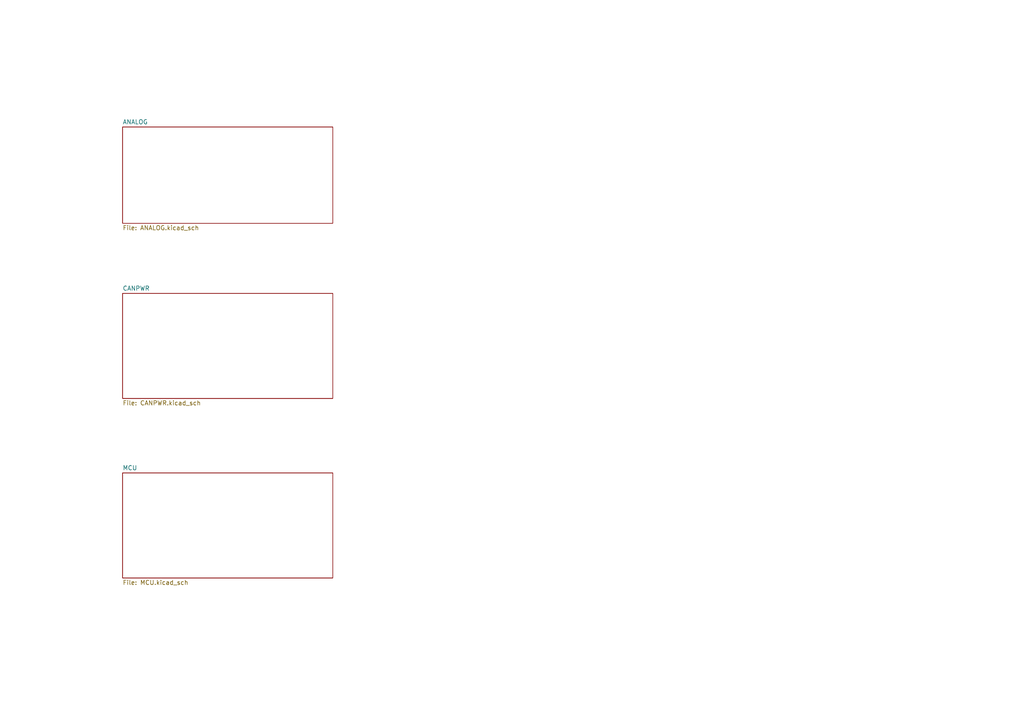
<source format=kicad_sch>
(kicad_sch (version 20211123) (generator eeschema)

  (uuid f20bb5f7-38bf-4f90-ade3-dea0af5f64a1)

  (paper "A4")

  (lib_symbols
  )


  (sheet (at 35.56 137.16) (size 60.96 30.48) (fields_autoplaced)
    (stroke (width 0.1524) (type solid) (color 0 0 0 0))
    (fill (color 0 0 0 0.0000))
    (uuid 59857acb-489d-4d58-af14-88362a204248)
    (property "Sheet name" "MCU" (id 0) (at 35.56 136.4484 0)
      (effects (font (size 1.27 1.27)) (justify left bottom))
    )
    (property "Sheet file" "MCU.kicad_sch" (id 1) (at 35.56 168.2246 0)
      (effects (font (size 1.27 1.27)) (justify left top))
    )
  )

  (sheet (at 35.56 36.83) (size 60.96 27.94) (fields_autoplaced)
    (stroke (width 0.1524) (type solid) (color 0 0 0 0))
    (fill (color 0 0 0 0.0000))
    (uuid 8e4bebbd-b918-44d5-8394-c191f4e972d3)
    (property "Sheet name" "ANALOG" (id 0) (at 35.56 36.1184 0)
      (effects (font (size 1.27 1.27)) (justify left bottom))
    )
    (property "Sheet file" "ANALOG.kicad_sch" (id 1) (at 35.56 65.3546 0)
      (effects (font (size 1.27 1.27)) (justify left top))
    )
  )

  (sheet (at 35.56 85.09) (size 60.96 30.48) (fields_autoplaced)
    (stroke (width 0.1524) (type solid) (color 0 0 0 0))
    (fill (color 0 0 0 0.0000))
    (uuid e2c8983e-9459-4573-b339-1f4298bf65be)
    (property "Sheet name" "CANPWR" (id 0) (at 35.56 84.3784 0)
      (effects (font (size 1.27 1.27)) (justify left bottom))
    )
    (property "Sheet file" "CANPWR.kicad_sch" (id 1) (at 35.56 116.1546 0)
      (effects (font (size 1.27 1.27)) (justify left top))
    )
  )

  (sheet_instances
    (path "/" (page "1"))
    (path "/e2c8983e-9459-4573-b339-1f4298bf65be" (page "3"))
    (path "/8e4bebbd-b918-44d5-8394-c191f4e972d3" (page "4"))
    (path "/59857acb-489d-4d58-af14-88362a204248" (page "4"))
  )

  (symbol_instances
    (path "/e2c8983e-9459-4573-b339-1f4298bf65be/541b1326-3aed-4e17-94bb-4ec9e63cf949"
      (reference "#PWR0201") (unit 1) (value "GND") (footprint "")
    )
    (path "/e2c8983e-9459-4573-b339-1f4298bf65be/59c8e39d-9396-4a45-9a53-6680bb7f8bef"
      (reference "#PWR0202") (unit 1) (value "GND") (footprint "")
    )
    (path "/e2c8983e-9459-4573-b339-1f4298bf65be/c61ca048-0e4b-4241-98bd-48539dc3e7fd"
      (reference "#PWR0203") (unit 1) (value "GND") (footprint "")
    )
    (path "/e2c8983e-9459-4573-b339-1f4298bf65be/bd3af85c-871b-4eca-a697-503ac0eaa695"
      (reference "#PWR0204") (unit 1) (value "GND") (footprint "")
    )
    (path "/e2c8983e-9459-4573-b339-1f4298bf65be/a3387392-09ea-4b9f-b588-feaaca177c16"
      (reference "#PWR0205") (unit 1) (value "GND") (footprint "")
    )
    (path "/e2c8983e-9459-4573-b339-1f4298bf65be/7b471e74-5405-4970-b422-eb0e3003bc76"
      (reference "#PWR0206") (unit 1) (value "GND") (footprint "")
    )
    (path "/e2c8983e-9459-4573-b339-1f4298bf65be/c2eba75e-5b93-40e0-92fb-b4992e6da037"
      (reference "#PWR0207") (unit 1) (value "GND") (footprint "")
    )
    (path "/8e4bebbd-b918-44d5-8394-c191f4e972d3/ef6c098d-4d9a-4ace-97a2-293027dc179a"
      (reference "#PWR0301") (unit 1) (value "GND") (footprint "")
    )
    (path "/8e4bebbd-b918-44d5-8394-c191f4e972d3/d015ecbd-3705-4796-9399-cc5474b89c39"
      (reference "#PWR0302") (unit 1) (value "GND") (footprint "")
    )
    (path "/8e4bebbd-b918-44d5-8394-c191f4e972d3/7e26104b-7238-4b06-a20e-50824f001cc0"
      (reference "#PWR0303") (unit 1) (value "GND") (footprint "")
    )
    (path "/8e4bebbd-b918-44d5-8394-c191f4e972d3/1fb2e69e-3a46-4e91-ab0f-683438a83fb6"
      (reference "#PWR0304") (unit 1) (value "GND") (footprint "")
    )
    (path "/8e4bebbd-b918-44d5-8394-c191f4e972d3/c1ec61b7-a481-48f5-bbbb-2efe1a4027c9"
      (reference "#PWR0305") (unit 1) (value "GND") (footprint "")
    )
    (path "/8e4bebbd-b918-44d5-8394-c191f4e972d3/04f157f7-afdd-498c-82b3-8faa0c653da9"
      (reference "#PWR0306") (unit 1) (value "GND") (footprint "")
    )
    (path "/8e4bebbd-b918-44d5-8394-c191f4e972d3/25b55034-129e-4e7d-b26d-42b81ab53f14"
      (reference "#PWR0307") (unit 1) (value "GND") (footprint "")
    )
    (path "/59857acb-489d-4d58-af14-88362a204248/a2672502-811f-4b6a-8aa8-17dc5ceca47b"
      (reference "#PWR0401") (unit 1) (value "GND") (footprint "")
    )
    (path "/59857acb-489d-4d58-af14-88362a204248/0b44b5da-b612-4915-bb48-c714c13bb931"
      (reference "#PWR0402") (unit 1) (value "GND") (footprint "")
    )
    (path "/59857acb-489d-4d58-af14-88362a204248/7b38180b-6c1a-461c-83cc-817099ddbd6d"
      (reference "#PWR0403") (unit 1) (value "GND") (footprint "")
    )
    (path "/59857acb-489d-4d58-af14-88362a204248/05e0cb9b-dbd7-4921-9cb7-922458c28f22"
      (reference "#PWR0404") (unit 1) (value "GND") (footprint "")
    )
    (path "/59857acb-489d-4d58-af14-88362a204248/360c2bbd-a0a3-46a6-a8fc-000e22263bb0"
      (reference "#PWR0405") (unit 1) (value "GND") (footprint "")
    )
    (path "/59857acb-489d-4d58-af14-88362a204248/bbd63bcb-9b6a-4687-8b14-f040abd51440"
      (reference "#PWR0406") (unit 1) (value "GND") (footprint "")
    )
    (path "/59857acb-489d-4d58-af14-88362a204248/f30bd1d3-2b1e-4f3f-b910-f7d008fb9d74"
      (reference "#PWR0407") (unit 1) (value "GND") (footprint "")
    )
    (path "/59857acb-489d-4d58-af14-88362a204248/e2b639a0-306b-4756-80c0-58307f5b2a13"
      (reference "#PWR0408") (unit 1) (value "GND") (footprint "")
    )
    (path "/59857acb-489d-4d58-af14-88362a204248/38bfc2b7-4d3e-4afd-833e-16a7b3d92571"
      (reference "#PWR0409") (unit 1) (value "GND") (footprint "")
    )
    (path "/e2c8983e-9459-4573-b339-1f4298bf65be/ac40239e-70bd-4897-9e24-c339806e6ccc"
      (reference "C201") (unit 1) (value "0.1uF") (footprint "Capacitor_SMD:C_2220_5650Metric_Pad1.97x5.40mm_HandSolder")
    )
    (path "/e2c8983e-9459-4573-b339-1f4298bf65be/1a1440dd-2164-4601-a3b3-1ebf3a72fa49"
      (reference "C202") (unit 1) (value "0.1uF") (footprint "Capacitor_SMD:C_2220_5650Metric_Pad1.97x5.40mm_HandSolder")
    )
    (path "/e2c8983e-9459-4573-b339-1f4298bf65be/edabd74d-09b2-4c61-b231-7617adad815f"
      (reference "C203") (unit 1) (value "0.1uF") (footprint "Capacitor_SMD:C_2220_5650Metric_Pad1.97x5.40mm_HandSolder")
    )
    (path "/e2c8983e-9459-4573-b339-1f4298bf65be/ef940851-afc8-4142-b93f-1228ba1e1cb2"
      (reference "C204") (unit 1) (value "0.1uF") (footprint "Capacitor_SMD:C_2220_5650Metric_Pad1.97x5.40mm_HandSolder")
    )
    (path "/8e4bebbd-b918-44d5-8394-c191f4e972d3/ddffb190-fe5e-4604-912f-9cf38f63d63d"
      (reference "C301") (unit 1) (value "0.1uF") (footprint "Capacitor_SMD:C_2220_5650Metric_Pad1.97x5.40mm_HandSolder")
    )
    (path "/8e4bebbd-b918-44d5-8394-c191f4e972d3/3b943b4e-0353-433b-a2bb-11783cfe7fde"
      (reference "C302") (unit 1) (value "0.1uF") (footprint "Capacitor_SMD:C_2220_5650Metric_Pad1.97x5.40mm_HandSolder")
    )
    (path "/8e4bebbd-b918-44d5-8394-c191f4e972d3/b952a6d7-6590-47f9-8a1d-69938323846c"
      (reference "C303") (unit 1) (value "0.1uF") (footprint "Capacitor_SMD:C_2220_5650Metric_Pad1.97x5.40mm_HandSolder")
    )
    (path "/8e4bebbd-b918-44d5-8394-c191f4e972d3/f32bb2c0-3565-4041-8c14-f1a4ae6f5dcb"
      (reference "C304") (unit 1) (value "10nF") (footprint "Capacitor_SMD:C_2220_5650Metric_Pad1.97x5.40mm_HandSolder")
    )
    (path "/8e4bebbd-b918-44d5-8394-c191f4e972d3/a81efe50-d86b-4de2-bfc1-a7ec932a8a05"
      (reference "C305") (unit 1) (value "10nF") (footprint "Capacitor_SMD:C_2220_5650Metric_Pad1.97x5.40mm_HandSolder")
    )
    (path "/8e4bebbd-b918-44d5-8394-c191f4e972d3/3d88e36b-68c5-4d87-9e0d-8376a216ea9b"
      (reference "C306") (unit 1) (value "10nF") (footprint "Capacitor_SMD:C_2220_5650Metric_Pad1.97x5.40mm_HandSolder")
    )
    (path "/8e4bebbd-b918-44d5-8394-c191f4e972d3/1c86d626-3e94-4db8-845a-0b46ddcc3d48"
      (reference "C307") (unit 1) (value "10nF") (footprint "Capacitor_SMD:C_2220_5650Metric_Pad1.97x5.40mm_HandSolder")
    )
    (path "/59857acb-489d-4d58-af14-88362a204248/ba86d823-3da7-423f-a65c-17a67eba8bbc"
      (reference "C401") (unit 1) (value "0.1uF") (footprint "Capacitor_SMD:C_2220_5650Metric_Pad1.97x5.40mm_HandSolder")
    )
    (path "/59857acb-489d-4d58-af14-88362a204248/5f7f5637-4e0e-4ded-9e1b-105fe22470b3"
      (reference "C402") (unit 1) (value "4.7uF") (footprint "Capacitor_Tantalum_SMD:CP_EIA-6032-20_AVX-F_Pad2.25x2.35mm_HandSolder")
    )
    (path "/59857acb-489d-4d58-af14-88362a204248/a1f3b81c-8810-4154-a3dd-141b8203d8f6"
      (reference "C403") (unit 1) (value "0.1uF") (footprint "Capacitor_SMD:C_2220_5650Metric_Pad1.97x5.40mm_HandSolder")
    )
    (path "/59857acb-489d-4d58-af14-88362a204248/1a66eb0d-faef-45d0-9d0b-3ba40990e04f"
      (reference "C404") (unit 1) (value "10uF") (footprint "Capacitor_SMD:C_2220_5650Metric_Pad1.97x5.40mm_HandSolder")
    )
    (path "/59857acb-489d-4d58-af14-88362a204248/8d0dde11-3a12-4aac-9cad-4b8cbf5bacfc"
      (reference "C405") (unit 1) (value "0.1uF") (footprint "Capacitor_SMD:C_2220_5650Metric_Pad1.97x5.40mm_HandSolder")
    )
    (path "/59857acb-489d-4d58-af14-88362a204248/9ce43d38-efa0-498b-ae83-bdc94439621d"
      (reference "C406") (unit 1) (value "0.1uF") (footprint "Capacitor_SMD:C_2220_5650Metric_Pad1.97x5.40mm_HandSolder")
    )
    (path "/59857acb-489d-4d58-af14-88362a204248/f746b15c-47e4-472d-9663-9cab4aebb4a3"
      (reference "C407") (unit 1) (value "0.1uF") (footprint "Capacitor_SMD:C_2220_5650Metric_Pad1.97x5.40mm_HandSolder")
    )
    (path "/59857acb-489d-4d58-af14-88362a204248/7b9740d2-82c8-48e4-a46b-0d870f5f8c8d"
      (reference "C408") (unit 1) (value "0.1uF") (footprint "Capacitor_SMD:C_2220_5650Metric_Pad1.97x5.40mm_HandSolder")
    )
    (path "/59857acb-489d-4d58-af14-88362a204248/dc0cce87-af5e-4877-a757-52101c6aa416"
      (reference "C409") (unit 1) (value "0.1uF") (footprint "Capacitor_SMD:C_2220_5650Metric_Pad1.97x5.40mm_HandSolder")
    )
    (path "/59857acb-489d-4d58-af14-88362a204248/c9f34a73-c720-4412-8309-d5bc62b4ea17"
      (reference "C410") (unit 1) (value "0.1uF") (footprint "Capacitor_SMD:C_2220_5650Metric_Pad1.97x5.40mm_HandSolder")
    )
    (path "/59857acb-489d-4d58-af14-88362a204248/2ac13ce3-9fae-425f-a3ff-204213d969bd"
      (reference "C411") (unit 1) (value "0.1uF") (footprint "Capacitor_SMD:C_2220_5650Metric_Pad1.97x5.40mm_HandSolder")
    )
    (path "/59857acb-489d-4d58-af14-88362a204248/5dc2f8cf-7b3d-4f8d-be06-1aca7daa06a9"
      (reference "C412") (unit 1) (value "0.1uF") (footprint "Capacitor_SMD:C_2220_5650Metric_Pad1.97x5.40mm_HandSolder")
    )
    (path "/59857acb-489d-4d58-af14-88362a204248/7e13eeec-2d94-4228-bc8c-ab3c2ba3497e"
      (reference "C413") (unit 1) (value "0.1uF") (footprint "Capacitor_SMD:C_2220_5650Metric_Pad1.97x5.40mm_HandSolder")
    )
    (path "/59857acb-489d-4d58-af14-88362a204248/c7a1bab5-d39c-4a26-a389-e43239c9e9c4"
      (reference "C414") (unit 1) (value "0.1uF") (footprint "Capacitor_SMD:C_2220_5650Metric_Pad1.97x5.40mm_HandSolder")
    )
    (path "/59857acb-489d-4d58-af14-88362a204248/aad30ace-4bac-4f70-ae66-5256b1019689"
      (reference "C415") (unit 1) (value "0.1uF") (footprint "Capacitor_SMD:C_2220_5650Metric_Pad1.97x5.40mm_HandSolder")
    )
    (path "/59857acb-489d-4d58-af14-88362a204248/ab6d12ab-0b38-4443-891e-7225bd98017b"
      (reference "C416") (unit 1) (value "0.1uF") (footprint "Capacitor_SMD:C_2220_5650Metric_Pad1.97x5.40mm_HandSolder")
    )
    (path "/e2c8983e-9459-4573-b339-1f4298bf65be/b9c685d6-f377-4ad6-9066-70700b3c027c"
      (reference "IC201") (unit 1) (value "MAX3059ASA+T UPSTREAM") (footprint "SOIC127P600X175-8N")
    )
    (path "/e2c8983e-9459-4573-b339-1f4298bf65be/3e420adc-3f3e-4ad7-b9e2-5ff4f66087d2"
      (reference "IC202") (unit 1) (value "MAX6035AAUR50+T") (footprint "SOT95P237X112-3N")
    )
    (path "/e2c8983e-9459-4573-b339-1f4298bf65be/679ef5d7-4577-4e07-aeb3-57969f45c273"
      (reference "IC203") (unit 1) (value "MAX3059ASA+T DOWNSTREAM") (footprint "SOIC127P600X175-8N")
    )
    (path "/e2c8983e-9459-4573-b339-1f4298bf65be/932b1a92-f5d2-47d1-b1f0-1f4180d05597"
      (reference "IC204") (unit 1) (value "MAX6043BAUT33+T") (footprint "SOT95P280X145-6N")
    )
    (path "/8e4bebbd-b918-44d5-8394-c191f4e972d3/5b20aef5-6bd8-47f7-86aa-1a7e55b9d139"
      (reference "IC301") (unit 1) (value "ADS1234IPWR") (footprint "SOP65P640X120-28N")
    )
    (path "/e2c8983e-9459-4573-b339-1f4298bf65be/4035ffef-a28d-4556-b88c-a4ab04a2a01f"
      (reference "J201") (unit 1) (value "DT15-4P (UPSTREAM)") (footprint "DT154P")
    )
    (path "/e2c8983e-9459-4573-b339-1f4298bf65be/cb564194-f3a5-43dc-92c5-a4986c563991"
      (reference "J202") (unit 1) (value "DT06-4S (DOWNSTREAM)") (footprint "SamacSys_Parts:1935187")
    )
    (path "/8e4bebbd-b918-44d5-8394-c191f4e972d3/007bd6bd-180c-480f-8c55-0d11d5f96a5a"
      (reference "J301") (unit 1) (value "Load Cell 1") (footprint "SamacSys_Parts:1935187")
    )
    (path "/8e4bebbd-b918-44d5-8394-c191f4e972d3/fcb29622-816b-437c-bcf4-1ff62fd25a45"
      (reference "J302") (unit 1) (value "Load Cell 2") (footprint "SamacSys_Parts:1935187")
    )
    (path "/8e4bebbd-b918-44d5-8394-c191f4e972d3/7817b7b0-7bad-44cd-9a29-85e8b44e0871"
      (reference "J303") (unit 1) (value "Load Cell 2") (footprint "SamacSys_Parts:1935187")
    )
    (path "/59857acb-489d-4d58-af14-88362a204248/72d0cdc5-587a-4a68-bd9b-5ce4fa1871f4"
      (reference "J401") (unit 1) (value "SHF-105-01-L-D-TH-TR") (footprint "SamacSys_Parts:SHF10501LDTHTR")
    )
    (path "/59857acb-489d-4d58-af14-88362a204248/88b1373f-54c8-470b-a4b1-5808493d5bfe"
      (reference "L401") (unit 1) (value "BLM41PG471SN1L") (footprint "Inductor_SMD:L_1806_4516Metric_Pad1.45x1.90mm_HandSolder")
    )
    (path "/e2c8983e-9459-4573-b339-1f4298bf65be/4a1468e6-5440-48c7-b2d9-e34cd6f8870e"
      (reference "LED201") (unit 1) (value "HLMP-Y802-F0000") (footprint "HLMPY802F0000")
    )
    (path "/e2c8983e-9459-4573-b339-1f4298bf65be/387e5624-3d87-4615-9afe-bf0ca9c976ca"
      (reference "R201") (unit 1) (value "50k") (footprint "Resistor_SMD:R_2512_6332Metric_Pad1.40x3.35mm_HandSolder")
    )
    (path "/e2c8983e-9459-4573-b339-1f4298bf65be/1bbf0e9c-58cf-4125-b779-40bccf3f01ec"
      (reference "R202") (unit 1) (value "50k") (footprint "Resistor_SMD:R_2512_6332Metric_Pad1.40x3.35mm_HandSolder")
    )
    (path "/e2c8983e-9459-4573-b339-1f4298bf65be/0b7e8558-169b-4da3-be88-6d057e584668"
      (reference "R203") (unit 1) (value "47") (footprint "Resistor_SMD:R_2512_6332Metric_Pad1.40x3.35mm_HandSolder")
    )
    (path "/8e4bebbd-b918-44d5-8394-c191f4e972d3/f9865738-bc17-4f5b-93b5-1d23bdd4b64b"
      (reference "R301") (unit 1) (value "47") (footprint "Resistor_SMD:R_2512_6332Metric_Pad1.40x3.35mm_HandSolder")
    )
    (path "/8e4bebbd-b918-44d5-8394-c191f4e972d3/5c13a661-79d4-4af8-8fae-8b5f9c3f688c"
      (reference "R302") (unit 1) (value "47") (footprint "Resistor_SMD:R_2512_6332Metric_Pad1.40x3.35mm_HandSolder")
    )
    (path "/8e4bebbd-b918-44d5-8394-c191f4e972d3/2674271d-6134-498c-b7fa-b8a89d9358de"
      (reference "R303") (unit 1) (value "47") (footprint "Resistor_SMD:R_2512_6332Metric_Pad1.40x3.35mm_HandSolder")
    )
    (path "/8e4bebbd-b918-44d5-8394-c191f4e972d3/b95e5c13-cd1b-4a79-b085-15efb53ee8d7"
      (reference "R304") (unit 1) (value "47") (footprint "Resistor_SMD:R_2512_6332Metric_Pad1.40x3.35mm_HandSolder")
    )
    (path "/8e4bebbd-b918-44d5-8394-c191f4e972d3/7ad5a69f-c5d5-4ff1-8dbc-251d5df4d293"
      (reference "R305") (unit 1) (value "47") (footprint "Resistor_SMD:R_2512_6332Metric_Pad1.40x3.35mm_HandSolder")
    )
    (path "/8e4bebbd-b918-44d5-8394-c191f4e972d3/30295268-cd8d-4130-a446-54aa42ff192a"
      (reference "R306") (unit 1) (value "100") (footprint "Resistor_SMD:R_2512_6332Metric_Pad1.40x3.35mm_HandSolder")
    )
    (path "/8e4bebbd-b918-44d5-8394-c191f4e972d3/0824b55f-3b63-4c11-928c-37002843dd7f"
      (reference "R307") (unit 1) (value "100") (footprint "Resistor_SMD:R_2512_6332Metric_Pad1.40x3.35mm_HandSolder")
    )
    (path "/59857acb-489d-4d58-af14-88362a204248/f8b0f6de-b174-413b-9912-05d3fa410bb6"
      (reference "R401") (unit 1) (value "100k") (footprint "Resistor_SMD:R_2512_6332Metric_Pad1.40x3.35mm_HandSolder")
    )
    (path "/59857acb-489d-4d58-af14-88362a204248/949cc98b-a688-49ed-a61a-31a4f27d2df5"
      (reference "R402") (unit 1) (value "100k") (footprint "Resistor_SMD:R_2512_6332Metric_Pad1.40x3.35mm_HandSolder")
    )
    (path "/59857acb-489d-4d58-af14-88362a204248/e550bdff-0c0c-45dc-acb2-414eb3cc5e2d"
      (reference "R403") (unit 1) (value "4.7k") (footprint "Resistor_SMD:R_2512_6332Metric_Pad1.40x3.35mm_HandSolder")
    )
    (path "/59857acb-489d-4d58-af14-88362a204248/26282793-f3a0-4307-81a2-b34f3d8122dc"
      (reference "R404") (unit 1) (value "4.7k") (footprint "Resistor_SMD:R_2512_6332Metric_Pad1.40x3.35mm_HandSolder")
    )
    (path "/59857acb-489d-4d58-af14-88362a204248/959344a1-114f-401a-ba52-817fa89d7118"
      (reference "R405") (unit 1) (value "100k") (footprint "Resistor_SMD:R_2512_6332Metric_Pad1.40x3.35mm_HandSolder")
    )
    (path "/59857acb-489d-4d58-af14-88362a204248/16ebdfc0-118a-4209-adce-891cad5caae8"
      (reference "R406") (unit 1) (value "100k") (footprint "Resistor_SMD:R_2512_6332Metric_Pad1.40x3.35mm_HandSolder")
    )
    (path "/59857acb-489d-4d58-af14-88362a204248/22c38390-9224-46b1-8806-de268e69a946"
      (reference "R407") (unit 1) (value "47") (footprint "Resistor_SMD:R_2512_6332Metric_Pad1.40x3.35mm_HandSolder")
    )
    (path "/59857acb-489d-4d58-af14-88362a204248/65d0340b-427b-4875-a090-cd368319df11"
      (reference "S401") (unit 1) (value "PTS645SL43SMTR92LFS") (footprint "PTS645SL43SMTR92LFS")
    )
    (path "/59857acb-489d-4d58-af14-88362a204248/bee7b8c0-6416-4305-af8e-509f2b7ceb87"
      (reference "U401") (unit 1) (value "ATSAM4E8EA-AN") (footprint "footprints:ATSAM4E8EA-AN")
    )
    (path "/59857acb-489d-4d58-af14-88362a204248/1a54ad4e-84ec-4b8e-9b6c-dd2e1409e552"
      (reference "U401") (unit 2) (value "ATSAM4E8EA-AN") (footprint "footprints:ATSAM4E8EA-AN")
    )
    (path "/59857acb-489d-4d58-af14-88362a204248/ce4b4b7e-6832-4b3b-b518-6a3c5a779f66"
      (reference "U401") (unit 3) (value "ATSAM4E8EA-AN") (footprint "footprints:ATSAM4E8EA-AN")
    )
  )
)

</source>
